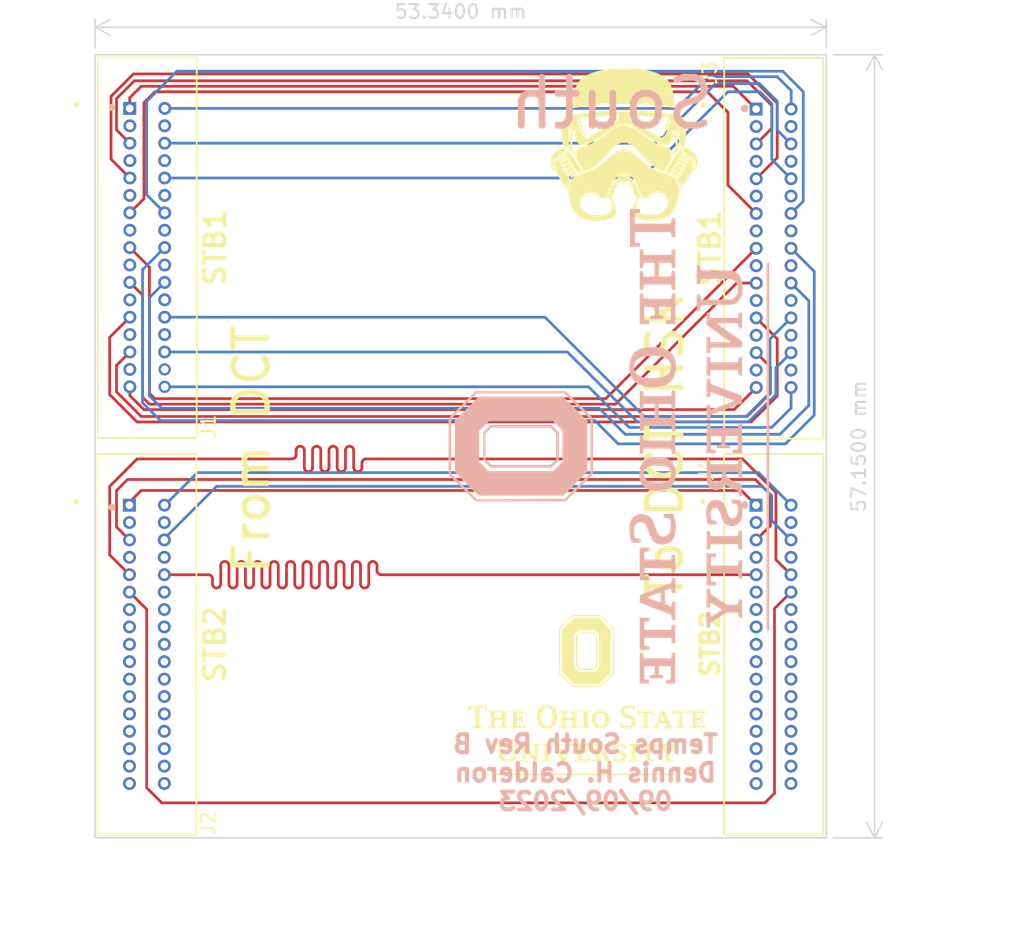
<source format=kicad_pcb>
(kicad_pcb (version 20221018) (generator pcbnew)
  (title_block (date "2023-09-09") (rev "B") (company "The Ohio State University"))
  (layers (0 "F.Cu" signal) (31 "B.Cu" signal) (34 "B.Paste" user) (35 "F.Paste" user) (36 "B.SilkS" user "B.Silkscreen") (37 "F.SilkS" user "F.Silkscreen") (38 "B.Mask" user) (39 "F.Mask" user) (44 "Edge.Cuts" user))
  (net 0 "")
  (net 3 "/TD1_5")
  (net 4 "/TD1_6")
  (net 7 "/TD1_9")
  (net 8 "/TD1_10")
  (net 11 "/TD1_13")
  (net 12 "/TD1_14")
  (net 15 "/TD1_17")
  (net 16 "/TD1_18")
  (net 19 "/TD1_21")
  (net 20 "/TD1_22")
  (net 23 "/TD1_25")
  (net 24 "/TD1_26")
  (net 27 "/TD1_29")
  (net 28 "/TD1_30")
  (net 31 "/TD1_33")
  (net 32 "/TD1_34")
  (net 33 "/TD2_1")
  (net 34 "/TD2_2")
  (net 37 "/TD2_5")
  (net 38 "/TD2_6")
  (net 41 "/TD2_9")
  (net 42 "/TD2_10")
  (net 43 "/TD2_11")
  (net 110 "/TD1_1-")
  (net 111 "/TD1_1+")
  (footprint "HELIX:HELIX_DCT_ICDconnector34pin_corrected" (layer "F.Cu") (at 95.2246 90.0176 -90)
    (fp_text reference "J2" (at 13.0556 -4.4704 90) (layer "F.SilkS"))
    (fp_text value "North_Temps_2" hide)
    (pad "1" thru_hole rect locked (at -10.16 1.28016 270) (size 0.9408 0.9408) (drill 0.56) (layers "*.Cu" "*.Mask") (net 33 "/TD2_1"))
    (pad "2" thru_hole circle locked (at -10.16 -1.28016 270) (size 0.9408 0.9408) (drill 0.56) (layers "*.Cu" "*.Mask") (net 34 "/TD2_2"))
    (pad "3" thru_hole circle locked (at -8.89 1.27 270) (size 0.9408 0.9408) (drill 0.56) (layers "*.Cu" "*.Mask"))
    (pad "4" thru_hole circle locked (at -8.89 -1.27 270) (size 0.9408 0.9408) (drill 0.56) (layers "*.Cu" "*.Mask"))
    (pad "5" thru_hole circle locked (at -7.62 1.27 270) (size 0.9408 0.9408) (drill 0.56) (layers "*.Cu" "*.Mask") (net 37 "/TD2_5"))
    (pad "6" thru_hole circle locked (at -7.62 -1.27 270) (size 0.9408 0.9408) (drill 0.56) (layers "*.Cu" "*.Mask") (net 38 "/TD2_6"))
    (pad "7" thru_hole circle locked (at -6.35 1.27 270) (size 0.9408 0.9408) (drill 0.56) (layers "*.Cu" "*.Mask"))
    (pad "8" thru_hole circle locked (at -6.35 -1.27 270) (size 0.9408 0.9408) (drill 0.56) (layers "*.Cu" "*.Mask"))
    (pad "9" thru_hole circle locked (at -5.08 1.27 270) (size 0.9408 0.9408) (drill 0.56) (layers "*.Cu" "*.Mask") (net 41 "/TD2_9"))
    (pad "10" thru_hole circle locked (at -5.08 -1.27 270) (size 0.9408 0.9408) (drill 0.56) (layers "*.Cu" "*.Mask") (net 42 "/TD2_10"))
    (pad "11" thru_hole circle locked (at -3.81 1.27 270) (size 0.9408 0.9408) (drill 0.56) (layers "*.Cu" "*.Mask") (net 43 "/TD2_11"))
    (pad "12" thru_hole circle locked (at -3.81 -1.27 270) (size 0.9408 0.9408) (drill 0.56) (layers "*.Cu" "*.Mask"))
    (pad "13" thru_hole circle locked (at -2.54 1.27 270) (size 0.9408 0.9408) (drill 0.56) (layers "*.Cu" "*.Mask"))
    (pad "14" thru_hole circle locked (at -2.54 -1.27 270) (size 0.9408 0.9408) (drill 0.56) (layers "*.Cu" "*.Mask"))
    (pad "15" thru_hole circle locked (at -1.27 1.27 270) (size 0.9408 0.9408) (drill 0.56) (layers "*.Cu" "*.Mask"))
    (pad "16" thru_hole circle locked (at -1.27 -1.27 270) (size 0.9408 0.9408) (drill 0.56) (layers "*.Cu" "*.Mask"))
    (pad "17" thru_hole circle locked (at 0 1.27 270) (size 0.9408 0.9408) (drill 0.56) (layers "*.Cu" "*.Mask"))
    (pad "18" thru_hole circle locked (at 0 -1.27 270) (size 0.9408 0.9408) (drill 0.56) (layers "*.Cu" "*.Mask"))
    (pad "19" thru_hole circle locked (at 1.27 1.27 270) (size 0.9408 0.9408) (drill 0.56) (layers "*.Cu" "*.Mask"))
    (pad "20" thru_hole circle locked (at 1.27 -1.27 270) (size 0.9408 0.9408) (drill 0.56) (layers "*.Cu" "*.Mask"))
    (pad "21" thru_hole circle locked (at 2.54 1.27 270) (size 0.9408 0.9408) (drill 0.56) (layers "*.Cu" "*.Mask"))
    (pad "22" thru_hole circle locked (at 2.54 -1.27 270) (size 0.9408 0.9408) (drill 0.56) (layers "*.Cu" "*.Mask"))
    (pad "23" thru_hole circle locked (at 3.81 1.27 270) (size 0.9408 0.9408) (drill 0.56) (layers "*.Cu" "*.Mask"))
    (pad "24" thru_hole circle locked (at 3.81 -1.27 270) (size 0.9408 0.9408) (drill 0.56) (layers "*.Cu" "*.Mask"))
    (pad "25" thru_hole circle locked (at 5.08 1.27 270) (size 0.9408 0.9408) (drill 0.56) (layers "*.Cu" "*.Mask"))
    (pad "26" thru_hole circle locked (at 5.08 -1.27 270) (size 0.9408 0.9408) (drill 0.56) (layers "*.Cu" "*.Mask"))
    (pad "27" thru_hole circle locked (at 6.35 1.27 270) (size 0.9408 0.9408) (drill 0.56) (layers "*.Cu" "*.Mask"))
    (pad "28" thru_hole circle locked (at 6.35 -1.27 270) (size 0.9408 0.9408) (drill 0.56) (layers "*.Cu" "*.Mask"))
    (pad "29" thru_hole circle locked (at 7.62 1.27 270) (size 0.9408 0.9408) (drill 0.56) (layers "*.Cu" "*.Mask"))
    (pad "30" thru_hole circle locked (at 7.62 -1.27 270) (size 0.9408 0.9408) (drill 0.56) (layers "*.Cu" "*.Mask"))
    (pad "31" thru_hole circle locked (at 8.89 1.27 270) (size 0.9408 0.9408) (drill 0.56) (layers "*.Cu" "*.Mask"))
    (pad "32" thru_hole circle locked (at 8.89 -1.27 270) (size 0.9408 0.9408) (drill 0.56) (layers "*.Cu" "*.Mask"))
    (pad "33" thru_hole circle locked (at 10.16 1.27 270) (size 0.9408 0.9408) (drill 0.56) (layers "*.Cu" "*.Mask"))
    (pad "34" thru_hole circle locked (at 10.16 -1.27 270) (size 0.9408 0.9408) (drill 0.56) (layers "*.Cu" "*.Mask"))
  )
  (footprint "MountingHole:MountingHole_3.2mm_M3" (layer "F.Cu") (at 118.1074 59.69)
    (fp_text reference "REF**" hide)
    (fp_text value "MountingHole_3.2mm_M3")
    (pad "" np_thru_hole circle (at 0 0) (size 3.2 3.2) (drill 3.2) (layers "*.Cu" "*.Mask"))
  )
  (footprint "Fun_Logos:Stormtrooper" (layer "F.Cu") (at 130.010943 53.524623)
    (fp_text reference "G***" hide)
    (fp_text value "Stormtrooper" hide)
  )
  (footprint "MountingHole:MountingHole_3.2mm_M3" (layer "F.Cu") (at 118.1074 91.44)
    (fp_text reference "REF**" hide)
    (fp_text value "MountingHole_3.2mm_M3")
    (pad "" np_thru_hole circle (at 0 0) (size 3.2 3.2) (drill 3.2) (layers "*.Cu" "*.Mask"))
  )
  (footprint "LOGO" (layer "F.Cu") (at 127.3048 93.7126)
    (fp_text reference "G***" hide)
    (fp_text value "LOGO" hide)
  )
  (footprint "HELIX:HELIX_DCT_ICDconnector34pin_corrected" (layer "F.Cu") (at 140.9446 61.1124 -90)
    (fp_text reference "J3" (at -12.8016 4.6482 90) (layer "F.SilkS"))
    (fp_text value "Internal_Temps_DCT_HSK_Box_1" hide)
    (pad "1" thru_hole rect locked (at -10.16 1.28016 270) (size 0.9408 0.9408) (drill 0.56) (layers "*.Cu" "*.Mask") (net 111 "/TD1_1+"))
    (pad "2" thru_hole circle locked (at -10.16 -1.28016 270) (size 0.9408 0.9408) (drill 0.56) (layers "*.Cu" "*.Mask") (net 110 "/TD1_1-"))
    (pad "3" thru_hole circle locked (at -8.89 1.27 270) (size 0.9408 0.9408) (drill 0.56) (layers "*.Cu" "*.Mask"))
    (pad "4" thru_hole circle locked (at -8.89 -1.27 270) (size 0.9408 0.9408) (drill 0.56) (layers "*.Cu" "*.Mask"))
    (pad "5" thru_hole circle locked (at -7.62 1.27 270) (size 0.9408 0.9408) (drill 0.56) (layers "*.Cu" "*.Mask") (net 3 "/TD1_5"))
    (pad "6" thru_hole circle locked (at -7.62 -1.27 270) (size 0.9408 0.9408) (drill 0.56) (layers "*.Cu" "*.Mask") (net 4 "/TD1_6"))
    (pad "7" thru_hole circle locked (at -6.35 1.27 270) (size 0.9408 0.9408) (drill 0.56) (layers "*.Cu" "*.Mask"))
    (pad "8" thru_hole circle locked (at -6.35 -1.27 270) (size 0.9408 0.9408) (drill 0.56) (layers "*.Cu" "*.Mask"))
    (pad "9" thru_hole circle locked (at -5.08 1.27 270) (size 0.9408 0.9408) (drill 0.56) (layers "*.Cu" "*.Mask") (net 7 "/TD1_9"))
    (pad "10" thru_hole circle locked (at -5.08 -1.27 270) (size 0.9408 0.9408) (drill 0.56) (layers "*.Cu" "*.Mask") (net 8 "/TD1_10"))
    (pad "11" thru_hole circle locked (at -3.81 1.27 270) (size 0.9408 0.9408) (drill 0.56) (layers "*.Cu" "*.Mask"))
    (pad "12" thru_hole circle locked (at -3.81 -1.27 270) (size 0.9408 0.9408) (drill 0.56) (layers "*.Cu" "*.Mask"))
    (pad "13" thru_hole circle locked (at -2.54 1.27 270) (size 0.9408 0.9408) (drill 0.56) (layers "*.Cu" "*.Mask") (net 11 "/TD1_13"))
    (pad "14" thru_hole circle locked (at -2.54 -1.27 270) (size 0.9408 0.9408) (drill 0.56) (layers "*.Cu" "*.Mask") (net 12 "/TD1_14"))
    (pad "15" thru_hole circle locked (at -1.27 1.27 270) (size 0.9408 0.9408) (drill 0.56) (layers "*.Cu" "*.Mask"))
    (pad "16" thru_hole circle locked (at -1.27 -1.27 270) (size 0.9408 0.9408) (drill 0.56) (layers "*.Cu" "*.Mask"))
    (pad "17" thru_hole circle locked (at 0 1.27 270) (size 0.9408 0.9408) (drill 0.56) (layers "*.Cu" "*.Mask") (net 15 "/TD1_17"))
    (pad "18" thru_hole circle locked (at 0 -1.27 270) (size 0.9408 0.9408) (drill 0.56) (layers "*.Cu" "*.Mask") (net 16 "/TD1_18"))
    (pad "19" thru_hole circle locked (at 1.27 1.27 270) (size 0.9408 0.9408) (drill 0.56) (layers "*.Cu" "*.Mask"))
    (pad "20" thru_hole circle locked (at 1.27 -1.27 270) (size 0.9408 0.9408) (drill 0.56) (layers "*.Cu" "*.Mask"))
    (pad "21" thru_hole circle locked (at 2.54 1.27 270) (size 0.9408 0.9408) (drill 0.56) (layers "*.Cu" "*.Mask") (net 19 "/TD1_21"))
    (pad "22" thru_hole circle locked (at 2.54 -1.27 270) (size 0.9408 0.9408) (drill 0.56) (layers "*.Cu" "*.Mask") (net 20 "/TD1_22"))
    (pad "23" thru_hole circle locked (at 3.81 1.27 270) (size 0.9408 0.9408) (drill 0.56) (layers "*.Cu" "*.Mask"))
    (pad "24" thru_hole circle locked (at 3.81 -1.27 270) (size 0.9408 0.9408) (drill 0.56) (layers "*.Cu" "*.Mask"))
    (pad "25" thru_hole circle locked (at 5.08 1.27 270) (size 0.9408 0.9408) (drill 0.56) (layers "*.Cu" "*.Mask") (net 23 "/TD1_25"))
    (pad "26" thru_hole circle locked (at 5.08 -1.27 270) (size 0.9408 0.9408) (drill 0.56) (layers "*.Cu" "*.Mask") (net 24 "/TD1_26"))
    (pad "27" thru_hole circle locked (at 6.35 1.27 270) (size 0.9408 0.9408) (drill 0.56) (layers "*.Cu" "*.Mask"))
    (pad "28" thru_hole circle locked (at 6.35 -1.27 270) (size 0.9408 0.9408) (drill 0.56) (layers "*.Cu" "*.Mask"))
    (pad "29" thru_hole circle locked (at 7.62 1.27 270) (size 0.9408 0.9408) (drill 0.56) (layers "*.Cu" "*.Mask") (net 27 "/TD1_29"))
    (pad "30" thru_hole circle locked (at 7.62 -1.27 270) (size 0.9408 0.9408) (drill 0.56) (layers "*.Cu" "*.Mask") (net 28 "/TD1_30"))
    (pad "31" thru_hole circle locked (at 8.89 1.27 270) (size 0.9408 0.9408) (drill 0.56) (layers "*.Cu" "*.Mask"))
    (pad "32" thru_hole circle locked (at 8.89 -1.27 270) (size 0.9408 0.9408) (drill 0.56) (layers "*.Cu" "*.Mask"))
    (pad "33" thru_hole circle locked (at 10.16 1.27 270) (size 0.9408 0.9408) (drill 0.56) (layers "*.Cu" "*.Mask") (net 31 "/TD1_33"))
    (pad "34" thru_hole circle locked (at 10.16 -1.27 270) (size 0.9408 0.9408) (drill 0.56) (layers "*.Cu" "*.Mask") (net 32 "/TD1_34"))
  )
  (footprint "HELIX:HELIX_DCT_ICDconnector34pin_corrected" (layer "F.Cu") (at 140.94 90.0176 -90)
    (fp_text reference "J4" (at -12.7762 4.8976 90) (layer "F.SilkS"))
    (fp_text value "Internal_Temps_DCT_HSK_Box_2" hide)
    (pad "1" thru_hole rect locked (at -10.16 1.28016 270) (size 0.9408 0.9408) (drill 0.56) (layers "*.Cu" "*.Mask") (net 33 "/TD2_1"))
    (pad "2" thru_hole circle locked (at -10.16 -1.28016 270) (size 0.9408 0.9408) (drill 0.56) (layers "*.Cu" "*.Mask") (net 34 "/TD2_2"))
    (pad "3" thru_hole circle locked (at -8.89 1.27 270) (size 0.9408 0.9408) (drill 0.56) (layers "*.Cu" "*.Mask"))
    (pad "4" thru_hole circle locked (at -8.89 -1.27 270) (size 0.9408 0.9408) (drill 0.56) (layers "*.Cu" "*.Mask"))
    (pad "5" thru_hole circle locked (at -7.62 1.27 270) (size 0.9408 0.9408) (drill 0.56) (layers "*.Cu" "*.Mask") (net 37 "/TD2_5"))
    (pad "6" thru_hole circle locked (at -7.62 -1.27 270) (size 0.9408 0.9408) (drill 0.56) (layers "*.Cu" "*.Mask") (net 38 "/TD2_6"))
    (pad "7" thru_hole circle locked (at -6.35 1.27 270) (size 0.9408 0.9408) (drill 0.56) (layers "*.Cu" "*.Mask"))
    (pad "8" thru_hole circle locked (at -6.35 -1.27 270) (size 0.9408 0.9408) (drill 0.56) (layers "*.Cu" "*.Mask"))
    (pad "9" thru_hole circle locked (at -5.08 1.27 270) (size 0.9408 0.9408) (drill 0.56) (layers "*.Cu" "*.Mask") (net 42 "/TD2_10"))
    (pad "10" thru_hole circle locked (at -5.08 -1.27 270) (size 0.9408 0.9408) (drill 0.56) (layers "*.Cu" "*.Mask") (net 41 "/TD2_9"))
    (pad "11" thru_hole circle locked (at -3.81 1.27 270) (size 0.9408 0.9408) (drill 0.56) (layers "*.Cu" "*.Mask"))
    (pad "12" thru_hole circle locked (at -3.81 -1.27 270) (size 0.9408 0.9408) (drill 0.56) (layers "*.Cu" "*.Mask") (net 43 "/TD2_11"))
    (pad "13" thru_hole circle locked (at -2.54 1.27 270) (size 0.9408 0.9408) (drill 0.56) (layers "*.Cu" "*.Mask"))
    (pad "14" thru_hole circle locked (at -2.54 -1.27 270) (size 0.9408 0.9408) (drill 0.56) (layers "*.Cu" "*.Mask"))
    (pad "15" thru_hole circle locked (at -1.27 1.27 270) (size 0.9408 0.9408) (drill 0.56) (layers "*.Cu" "*.Mask"))
    (pad "16" thru_hole circle locked (at -1.27 -1.27 270) (size 0.9408 0.9408) (drill 0.56) (layers "*.Cu" "*.Mask"))
    (pad "17" thru_hole circle locked (at 0 1.27 270) (size 0.9408 0.9408) (drill 0.56) (layers "*.Cu" "*.Mask"))
    (pad "18" thru_hole circle locked (at 0 -1.27 270) (size 0.9408 0.9408) (drill 0.56) (layers "*.Cu" "*.Mask"))
    (pad "19" thru_hole circle locked (at 1.27 1.27 270) (size 0.9408 0.9408) (drill 0.56) (layers "*.Cu" "*.Mask"))
    (pad "20" thru_hole circle locked (at 1.27 -1.27 270) (size 0.9408 0.9408) (drill 0.56) (layers "*.Cu" "*.Mask"))
    (pad "21" thru_hole circle locked (at 2.54 1.27 270) (size 0.9408 0.9408) (drill 0.56) (layers "*.Cu" "*.Mask"))
    (pad "22" thru_hole circle locked (at 2.54 -1.27 270) (size 0.9408 0.9408) (drill 0.56) (layers "*.Cu" "*.Mask"))
    (pad "23" thru_hole circle locked (at 3.81 1.27 270) (size 0.9408 0.9408) (drill 0.56) (layers "*.Cu" "*.Mask"))
    (pad "24" thru_hole circle locked (at 3.81 -1.27 270) (size 0.9408 0.9408) (drill 0.56) (layers "*.Cu" "*.Mask"))
    (pad "25" thru_hole circle locked (at 5.08 1.27 270) (size 0.9408 0.9408) (drill 0.56) (layers "*.Cu" "*.Mask"))
    (pad "26" thru_hole circle locked (at 5.08 -1.27 270) (size 0.9408 0.9408) (drill 0.56) (layers "*.Cu" "*.Mask"))
    (pad "27" thru_hole circle locked (at 6.35 1.27 270) (size 0.9408 0.9408) (drill 0.56) (layers "*.Cu" "*.Mask"))
    (pad "28" thru_hole circle locked (at 6.35 -1.27 270) (size 0.9408 0.9408) (drill 0.56) (layers "*.Cu" "*.Mask"))
    (pad "29" thru_hole circle locked (at 7.62 1.27 270) (size 0.9408 0.9408) (drill 0.56) (layers "*.Cu" "*.Mask"))
    (pad "30" thru_hole circle locked (at 7.62 -1.27 270) (size 0.9408 0.9408) (drill 0.56) (layers "*.Cu" "*.Mask"))
    (pad "31" thru_hole circle locked (at 8.89 1.27 270) (size 0.9408 0.9408) (drill 0.56) (layers "*.Cu" "*.Mask"))
    (pad "32" thru_hole circle locked (at 8.89 -1.27 270) (size 0.9408 0.9408) (drill 0.56) (layers "*.Cu" "*.Mask"))
    (pad "33" thru_hole circle locked (at 10.16 1.27 270) (size 0.9408 0.9408) (drill 0.56) (layers "*.Cu" "*.Mask"))
    (pad "34" thru_hole circle locked (at 10.16 -1.27 270) (size 0.9408 0.9408) (drill 0.56) (layers "*.Cu" "*.Mask"))
  )
  (footprint "HELIX:HELIX_DCT_ICDconnector34pin_corrected" (layer "F.Cu") (at 95.25 61.0616 -90)
    (fp_text reference "J1" (at 13.0556 -4.4704 90) (layer "F.SilkS"))
    (fp_text value "North_Temps_1" hide)
    (pad "1" thru_hole rect locked (at -10.16 1.28016 270) (size 0.9408 0.9408) (drill 0.56) (layers "*.Cu" "*.Mask") (net 111 "/TD1_1+"))
    (pad "2" thru_hole circle locked (at -10.16 -1.28016 270) (size 0.9408 0.9408) (drill 0.56) (layers "*.Cu" "*.Mask") (net 110 "/TD1_1-"))
    (pad "3" thru_hole circle locked (at -8.89 1.27 270) (size 0.9408 0.9408) (drill 0.56) (layers "*.Cu" "*.Mask"))
    (pad "4" thru_hole circle locked (at -8.89 -1.27 270) (size 0.9408 0.9408) (drill 0.56) (layers "*.Cu" "*.Mask"))
    (pad "5" thru_hole circle locked (at -7.62 1.27 270) (size 0.9408 0.9408) (drill 0.56) (layers "*.Cu" "*.Mask") (net 3 "/TD1_5"))
    (pad "6" thru_hole circle locked (at -7.62 -1.27 270) (size 0.9408 0.9408) (drill 0.56) (layers "*.Cu" "*.Mask") (net 4 "/TD1_6"))
    (pad "7" thru_hole circle locked (at -6.35 1.27 270) (size 0.9408 0.9408) (drill 0.56) (layers "*.Cu" "*.Mask"))
    (pad "8" thru_hole circle locked (at -6.35 -1.27 270) (size 0.9408 0.9408) (drill 0.56) (layers "*.Cu" "*.Mask"))
    (pad "9" thru_hole circle locked (at -5.08 1.27 270) (size 0.9408 0.9408) (drill 0.56) (layers "*.Cu" "*.Mask") (net 7 "/TD1_9"))
    (pad "10" thru_hole circle locked (at -5.08 -1.27 270) (size 0.9408 0.9408) (drill 0.56) (layers "*.Cu" "*.Mask") (net 8 "/TD1_10"))
    (pad "11" thru_hole circle locked (at -3.81 1.27 270) (size 0.9408 0.9408) (drill 0.56) (layers "*.Cu" "*.Mask"))
    (pad "12" thru_hole circle locked (at -3.81 -1.27 270) (size 0.9408 0.9408) (drill 0.56) (layers "*.Cu" "*.Mask"))
    (pad "13" thru_hole circle locked (at -2.54 1.27 270) (size 0.9408 0.9408) (drill 0.56) (layers "*.Cu" "*.Mask") (net 11 "/TD1_13"))
    (pad "14" thru_hole circle locked (at -2.54 -1.27 270) (size 0.9408 0.9408) (drill 0.56) (layers "*.Cu" "*.Mask") (net 12 "/TD1_14"))
    (pad "15" thru_hole circle locked (at -1.27 1.27 270) (size 0.9408 0.9408) (drill 0.56) (layers "*.Cu" "*.Mask"))
    (pad "16" thru_hole circle locked (at -1.27 -1.27 270) (size 0.9408 0.9408) (drill 0.56) (layers "*.Cu" "*.Mask"))
    (pad "17" thru_hole circle locked (at 0 1.27 270) (size 0.9408 0.9408) (drill 0.56) (layers "*.Cu" "*.Mask") (net 15 "/TD1_17"))
    (pad "18" thru_hole circle locked (at 0 -1.27 270) (size 0.9408 0.9408) (drill 0.56) (layers "*.Cu" "*.Mask") (net 16 "/TD1_18"))
    (pad "19" thru_hole circle locked (at 1.27 1.27 270) (size 0.9408 0.9408) (drill 0.56) (layers "*.Cu" "*.Mask"))
    (pad "20" thru_hole circle locked (at 1.27 -1.27 270) (size 0.9408 0.9408) (drill 0.56) (layers "*.Cu" "*.Mask"))
    (pad "21" thru_hole circle locked (at 2.54 1.27 270) (size 0.9408 0.9408) (drill 0.56) (layers "*.Cu" "*.Mask") (net 19 "/TD1_21"))
    (pad "22" thru_hole circle locked (at 2.54 -1.27 270) (size 0.9408 0.9408) (drill 0.56) (layers "*.Cu" "*.Mask") (net 20 "/TD1_22"))
    (pad "23" thru_hole circle locked (at 3.81 1.27 270) (size 0.9408 0.9408) (drill 0.56) (layers "*.Cu" "*.Mask"))
    (pad "24" thru_hole circle locked (at 3.81 -1.27 270) (size 0.9408 0.9408) (drill 0.56) (layers "*.Cu" "*.Mask"))
    (pad "25" thru_hole circle locked (at 5.08 1.27 270) (size 0.9408 0.9408) (drill 0.56) (layers "*.Cu" "*.Mask") (net 23 "/TD1_25"))
    (pad "26" thru_hole circle locked (at 5.08 -1.27 270) (size 0.9408 0.9408) (drill 0.56) (layers "*.Cu" "*.Mask") (net 24 "/TD1_26"))
    (pad "27" thru_hole circle locked (at 6.35 1.27 270) (size 0.9408 0.9408) (drill 0.56) (layers "*.Cu" "*.Mask"))
    (pad "28" thru_hole circle locked (at 6.35 -1.27 270) (size 0.9408 0.9408) (drill 0.56) (layers "*.Cu" "*.Mask"))
    (pad "29" thru_hole circle locked (at 7.62 1.27 270) (size 0.9408 0.9408) (drill 0.56) (layers "*.Cu" "*.Mask") (net 27 "/TD1_29"))
    (pad "30" thru_hole circle locked (at 7.62 -1.27 270) (size 0.9408 0.9408) (drill 0.56) (layers "*.Cu" "*.Mask") (net 28 "/TD1_30"))
    (pad "31" thru_hole circle locked (at 8.89 1.27 270) (size 0.9408 0.9408) (drill 0.56) (layers "*.Cu" "*.Mask"))
    (pad "32" thru_hole circle locked (at 8.89 -1.27 270) (size 0.89 0.89) (drill 0.56) (layers "*.Cu" "*.Mask"))
    (pad "33" thru_hole circle locked (at 10.16 1.27 270) (size 0.9408 0.9408) (drill 0.56) (layers "*.Cu" "*.Mask") (net 31 "/TD1_33"))
    (pad "34" thru_hole circle locked (at 10.16 -1.27 270) (size 0.89 0.89) (drill 0.56) (layers "*.Cu" "*.Mask") (net 32 "/TD1_34"))
  )
  (footprint "LOGO" (layer "B.Cu") (at 128.905 75.565001 -90)
    (fp_text reference "G***" hide)
    (fp_text value "LOGO" hide)
  )
  (gr_circle (center 138.8364 79.8322) (end 138.8618 79.8322) (stroke (width 0.254)) (fill none) (layer "B.SilkS"))
  (gr_circle (center 92.680001 50.83) (end 92.680002 50.83) (stroke (width 0.254)) (fill none) (layer "B.SilkS"))
  (gr_circle (center 92.69 80.02) (end 92.690001 80.02) (stroke (width 0.254)) (fill none) (layer "B.SilkS"))
  (gr_circle (center 138.8364 50.9) (end 138.8618 50.9) (stroke (width 0.254)) (fill none) (layer "B.SilkS"))
  (gr_circle (center 138.8364 50.9) (end 138.8618 50.9) (stroke (width 0.254)) (fill none) (layer "F.SilkS"))
  (gr_circle (center 92.67 50.83) (end 92.670001 50.83) (stroke (width 0.254)) (fill none) (layer "F.SilkS"))
  (gr_circle (center 92.68 80.02) (end 92.680001 80.02) (stroke (width 0.254)) (fill none) (layer "F.SilkS"))
  (gr_circle (center 138.8364 79.8322) (end 138.8618 79.8322) (stroke (width 0.254)) (fill none) (layer "F.SilkS"))
  (gr_rect (start 91.44 46.99) (end 144.78 104.14) (stroke (width 0.1)) (fill none) (layer "Edge.Cuts"))
  (gr_text "Temps South Rev B\nDennis H. Calderon\n09/09/2023" (at 127.2074 99.3876) (layer "B.SilkS") (effects (font (size 1.3 1.3) (thickness 0.3) bold) (justify mirror)))
  (gr_text "South" (at 129.123619 50.5376) (layer "B.SilkS") (effects (font (size 3.5 3.5) (thickness 0.5)) (justify mirror)))
  (gr_text "To DCT HSK\n" (at 133.0324 75.5626 90) (layer "F.SilkS") (effects (font (size 2.5 2.5) (thickness 0.4))))
  (gr_text "STB2\n" (at 100.1824 90.017601 90) (layer "F.SilkS") (effects (font (size 1.5 1.5) (thickness 0.3) bold)))
  (gr_text "STB2" (at 136.3074 89.9876 90) (layer "F.SilkS") (effects (font (size 1.3 1.3) (thickness 0.3) bold)))
  (gr_text "From DCT" (at 102.8574 75.7626 -270) (layer "F.SilkS") (effects (font (size 2.5 2.5) (thickness 0.4))))
  (gr_text "STB1" (at 136.3074 61.112401 90) (layer "F.SilkS") (effects (font (size 1.5 1.5) (thickness 0.3) bold)))
  (gr_text "STB1" (at 100.1824 61.061601 90) (layer "F.SilkS") (effects (font (size 1.5 1.5) (thickness 0.3) bold)))
  (dimension (type aligned) (layer "Edge.Cuts") (pts (xy 144.78 104.14) (xy 144.78 46.99)) (height 3.5274) (gr_text "57.1500 mm" (at 147.1574 75.565 90) (layer "Edge.Cuts") (effects (font (size 1 1) (thickness 0.15)))) (format (prefix "") (suffix "") (units 3) (units_format 1) (precision 4)) (style (thickness 0.1) (arrow_length 1.27) (text_position_mode 0) (extension_height 0.58642) (extension_offset 0.5) keep_text_aligned))
  (dimension (type aligned) (layer "Edge.Cuts") (pts (xy 144.78 46.99) (xy 91.44 46.99)) (height 2.002399) (gr_text "53.3400 mm" (at 118.11 43.837601) (layer "Edge.Cuts") (effects (font (size 1 1) (thickness 0.15)))) (format (prefix "") (suffix "") (units 3) (units_format 1) (precision 4)) (style (thickness 0.1) (arrow_length 1.27) (text_position_mode 0) (extension_height 0.58642) (extension_offset 0.5) keep_text_aligned))
  (segment (start 139.0074 48.8876) (end 140.8074 50.6876) (width 0.2) (layer "F.Cu") (net 3))
  (segment (start 93.0074 50.1876) (end 94.3074 48.8876) (width 0.2) (layer "F.Cu") (net 3))
  (segment (start 93.98 53.4416) (end 93.0074 52.469) (width 0.2) (layer "F.Cu") (net 3))
  (segment (start 94.3074 48.8876) (end 139.0074 48.8876) (width 0.2) (layer "F.Cu") (net 3))
  (segment (start 140.8074 50.6876) (end 140.8074 52.3596) (width 0.2) (layer "F.Cu") (net 3))
  (segment (start 93.0074 52.469) (end 93.0074 50.1876) (width 0.2) (layer "F.Cu") (net 3))
  (segment (start 140.8074 52.3596) (end 139.6746 53.4924) (width 0.2) (layer "F.Cu") (net 3))
  (segment (start 132.3534 53.4416) (end 96.52 53.4416) (width 0.2) (layer "B.Cu") (net 4))
  (segment (start 141.2074 50.3876) (end 139.9074 49.0876) (width 0.2) (layer "B.Cu") (net 4))
  (segment (start 136.7074 49.0876) (end 132.3534 53.4416) (width 0.2) (layer "B.Cu") (net 4))
  (segment (start 139.9074 49.0876) (end 136.7074 49.0876) (width 0.2) (layer "B.Cu") (net 4))
  (segment (start 142.2146 53.4924) (end 141.2074 52.4852) (width 0.2) (layer "B.Cu") (net 4))
  (segment (start 141.2074 52.4852) (end 141.2074 50.3876) (width 0.2) (layer "B.Cu") (net 4))
  (segment (start 94.241714 48.3876) (end 139.073085 48.3876) (width 0.2) (layer "F.Cu") (net 7))
  (segment (start 92.6074 54.609) (end 92.6074 50.021914) (width 0.2) (layer "F.Cu") (net 7))
  (segment (start 139.073085 48.3876) (end 141.2074 50.521915) (width 0.2) (layer "F.Cu") (net 7))
  (segment (start 93.98 55.9816) (end 92.6074 54.609) (width 0.2) (layer "F.Cu") (net 7))
  (segment (start 141.2074 54.4996) (end 139.6746 56.0324) (width 0.2) (layer "F.Cu") (net 7))
  (segment (start 92.6074 50.021914) (end 94.241714 48.3876) (width 0.2) (layer "F.Cu") (net 7))
  (segment (start 141.2074 50.521915) (end 141.2074 54.4996) (width 0.2) (layer "F.Cu") (net 7))
  (segment (start 137.6074 49.6876) (end 139.94044 49.6876) (width 0.2) (layer "B.Cu") (net 8))
  (segment (start 140.8074 54.6252) (end 142.2146 56.0324) (width 0.2) (layer "B.Cu") (net 8))
  (segment (start 139.94044 49.6876) (end 140.8074 50.55456) (width 0.2) (layer "B.Cu") (net 8))
  (segment (start 96.52 55.9816) (end 131.3134 55.9816) (width 0.2) (layer "B.Cu") (net 8))
  (segment (start 140.8074 50.55456) (end 140.8074 54.6252) (width 0.2) (layer "B.Cu") (net 8))
  (segment (start 131.3134 55.9816) (end 137.6074 49.6876) (width 0.2) (layer "B.Cu") (net 8))
  (segment (start 95.8074 49.6876) (end 136.1074 49.6876) (width 0.2) (layer "F.Cu") (net 11))
  (segment (start 95.0074 50.4876) (end 95.8074 49.6876) (width 0.2) (layer "F.Cu") (net 11))
  (segment (start 136.1074 49.6876) (end 137.6074 51.1876) (width 0.2) (layer "F.Cu") (net 11))
  (segment (start 93.98 58.5216) (end 95.0074 57.4942) (width 0.2) (layer "F.Cu") (net 11))
  (segment (start 137.6074 56.5052) (end 139.6746 58.5724) (width 0.2) (layer "F.Cu") (net 11))
  (segment (start 95.0074 57.4942) (end 95.0074 50.4876) (width 0.2) (layer "F.Cu") (net 11))
  (segment (start 137.6074 51.1876) (end 137.6074 56.5052) (width 0.2) (layer "F.Cu") (net 11))
  (segment (start 141.6074 48.1876) (end 97.4074 48.1876) (width 0.2) (layer "B.Cu") (net 12))
  (segment (start 95.2074 50.3876) (end 95.2074 57.209) (width 0.2) (layer "B.Cu") (net 12))
  (segment (start 143.1074 49.6876) (end 141.6074 48.1876) (width 0.2) (layer "B.Cu") (net 12))
  (segment (start 142.2146 58.5724) (end 143.1074 57.6796) (width 0.2) (layer "B.Cu") (net 12))
  (segment (start 95.2074 57.209) (end 96.52 58.5216) (width 0.2) (layer "B.Cu") (net 12))
  (segment (start 143.1074 57.6796) (end 143.1074 49.6876) (width 0.2) (layer "B.Cu") (net 12))
  (segment (start 97.4074 48.1876) (end 95.2074 50.3876) (width 0.2) (layer "B.Cu") (net 12))
  (segment (start 95.4074 71.6876) (end 95.8074 72.0876) (width 0.2) (layer "F.Cu") (net 15))
  (segment (start 95.8074 72.0876) (end 128.6994 72.0876) (width 0.2) (layer "F.Cu") (net 15))
  (segment (start 93.98 61.0616) (end 95.4074 62.489) (width 0.2) (layer "F.Cu") (net 15))
  (segment (start 128.6994 72.0876) (end 139.6746 61.1124) (width 0.2) (layer "F.Cu") (net 15))
  (segment (start 95.4074 62.489) (end 95.4074 71.6876) (width 0.2) (layer "F.Cu") (net 15))
  (segment (start 96.2074 73.6876) (end 127.9074 73.6876) (width 0.2) (layer "B.Cu") (net 16))
  (segment (start 94.9074 72.3876) (end 96.2074 73.6876) (width 0.2) (layer "B.Cu") (net 16))
  (segment (start 143.9074 73.2876) (end 143.9074 62.8052) (width 0.2) (layer "B.Cu") (net 16))
  (segment (start 143.9074 62.8052) (end 142.2146 61.1124) (width 0.2) (layer "B.Cu") (net 16))
  (segment (start 129.6074 75.3876) (end 141.8074 75.3876) (width 0.2) (layer "B.Cu") (net 16))
  (segment (start 141.8074 75.3876) (end 143.9074 73.2876) (width 0.2) (layer "B.Cu") (net 16))
  (segment (start 94.9074 62.6742) (end 94.9074 72.3876) (width 0.2) (layer "B.Cu") (net 16))
  (segment (start 127.9074 73.6876) (end 129.6074 75.3876) (width 0.2) (layer "B.Cu") (net 16))
  (segment (start 96.52 61.0616) (end 94.9074 62.6742) (width 0.2) (layer "B.Cu") (net 16))
  (segment (start 94.9074 64.529) (end 94.9074 71.9876) (width 0.2) (layer "F.Cu") (net 19))
  (segment (start 94.9074 71.9876) (end 95.4074 72.4876) (width 0.2) (layer "F.Cu") (net 19))
  (segment (start 129.4074 72.4876) (end 138.2426 63.6524) (width 0.2) (layer "F.Cu") (net 19))
  (segment (start 95.4074 72.4876) (end 129.4074 72.4876) (width 0.2) (layer "F.Cu") (net 19))
  (segment (start 93.98 63.6016) (end 94.9074 64.529) (width 0.2) (layer "F.Cu") (net 19))
  (segment (start 138.2426 63.6524) (end 139.6746 63.6524) (width 0.2) (layer "F.Cu") (net 19))
  (segment (start 143.5074 64.9452) (end 142.2146 63.6524) (width 0.2) (layer "B.Cu") (net 20))
  (segment (start 95.4074 71.8876) (end 96.3074 72.7876) (width 0.2) (layer "B.Cu") (net 20))
  (segment (start 95.4074 64.7142) (end 95.4074 71.8876) (width 0.2) (layer "B.Cu") (net 20))
  (segment (start 130.1074 74.6876) (end 141.4074 74.6876) (width 0.2) (layer "B.Cu") (net 20))
  (segment (start 141.4074 74.6876) (end 143.5074 72.5876) (width 0.2) (layer "B.Cu") (net 20))
  (segment (start 128.2074 72.7876) (end 130.1074 74.6876) (width 0.2) (layer "B.Cu") (net 20))
  (segment (start 143.5074 72.5876) (end 143.5074 64.9452) (width 0.2) (layer "B.Cu") (net 20))
  (segment (start 96.3074 72.7876) (end 128.2074 72.7876) (width 0.2) (layer "B.Cu") (net 20))
  (segment (start 96.52 63.6016) (end 95.4074 64.7142) (width 0.2) (layer "B.Cu") (net 20))
  (segment (start 92.5074 67.6142) (end 92.5074 71.7876) (width 0.2) (layer "F.Cu") (net 23))
  (segment (start 139.3074 73.7876) (end 141.2074 71.8876) (width 0.2) (layer "F.Cu") (net 23))
  (segment (start 141.2074 71.8876) (end 141.2074 67.7252) (width 0.2) (layer "F.Cu") (net 23))
  (segment (start 94.5074 73.7876) (end 139.3074 73.7876) (width 0.2) (layer "F.Cu") (net 23))
  (segment (start 92.5074 71.7876) (end 94.5074 73.7876) (width 0.2) (layer "F.Cu") (net 23))
  (segment (start 93.98 66.1416) (end 92.5074 67.6142) (width 0.2) (layer "F.Cu") (net 23))
  (segment (start 141.2074 67.7252) (end 139.6746 66.1924) (width 0.2) (layer "F.Cu") (net 23))
  (segment (start 138.941714 73.3876) (end 140.674557 71.654757) (width 0.2) (layer "B.Cu") (net 24))
  (segment (start 124.2614 66.1416) (end 131.5074 73.3876) (width 0.2) (layer "B.Cu") (net 24))
  (segment (start 131.5074 73.3876) (end 138.941714 73.3876) (width 0.2) (layer "B.Cu") (net 24))
  (segment (start 140.674557 67.732443) (end 142.2146 66.1924) (width 0.2) (layer "B.Cu") (net 24))
  (segment (start 96.52 66.1416) (end 124.2614 66.1416) (width 0.2) (layer "B.Cu") (net 24))
  (segment (start 140.674557 71.654757) (end 140.674557 67.732443) (width 0.2) (layer "B.Cu") (net 24))
  (segment (start 94.8074 73.3876) (end 139.0074 73.3876) (width 0.2) (layer "F.Cu") (net 27))
  (segment (start 139.0074 73.3876) (end 140.7074 71.6876) (width 0.2) (layer "F.Cu") (net 27))
  (segment (start 93.98 68.6816) (end 93.0074 69.6542) (width 0.2) (layer "F.Cu") (net 27))
  (segment (start 93.0074 69.6542) (end 93.0074 71.5876) (width 0.2) (layer "F.Cu") (net 27))
  (segment (start 140.7074 71.6876) (end 140.7074 69.7652) (width 0.2) (layer "F.Cu") (net 27))
  (segment (start 140.7074 69.7652) (end 139.6746 68.7324) (width 0.2) (layer "F.Cu") (net 27))
  (segment (start 93.0074 71.5876) (end 94.8074 73.3876) (width 0.2) (layer "F.Cu") (net 27))
  (segment (start 125.9014 68.6816) (end 96.52 68.6816) (width 0.2) (layer "B.Cu") (net 28))
  (segment (start 139.1074 73.7876) (end 131.0074 73.7876) (width 0.2) (layer "B.Cu") (net 28))
  (segment (start 141.1074 71.7876) (end 139.1074 73.7876) (width 0.2) (layer "B.Cu") (net 28))
  (segment (start 131.0074 73.7876) (end 125.9014 68.6816) (width 0.2) (layer "B.Cu") (net 28))
  (segment (start 141.1074 69.8396) (end 141.1074 71.7876) (width 0.2) (layer "B.Cu") (net 28))
  (segment (start 142.2146 68.7324) (end 141.1074 69.8396) (width 0.2) (layer "B.Cu") (net 28))
  (segment (start 95.0074 72.8876) (end 138.0594 72.8876) (width 0.2) (layer "F.Cu") (net 31))
  (segment (start 93.98 71.2216) (end 93.98 71.8602) (width 0.2) (layer "F.Cu") (net 31))
  (segment (start 138.0594 72.8876) (end 139.6746 71.2724) (width 0.2) (layer "F.Cu") (net 31))
  (segment (start 93.98 71.8602) (end 95.0074 72.8876) (width 0.2) (layer "F.Cu") (net 31))
  (segment (start 142.2146 72.7804) (end 140.8074 74.1876) (width 0.2) (layer "B.Cu") (net 32))
  (segment (start 140.8074 74.1876) (end 130.4074 74.1876) (width 0.2) (layer "B.Cu") (net 32))
  (segment (start 142.2146 71.2724) (end 142.2146 72.7804) (width 0.2) (layer "B.Cu") (net 32))
  (segment (start 127.4414 71.2216) (end 96.52 71.2216) (width 0.2) (layer "B.Cu") (net 32))
  (segment (start 130.4074 74.1876) (end 127.4414 71.2216) (width 0.2) (layer "B.Cu") (net 32))
  (segment (start 93.94444 79.65056) (end 94.8074 78.7876) (width 0.2) (layer "F.Cu") (net 33))
  (segment (start 138.58984 78.7876) (end 139.65984 79.8576) (width 0.2) (layer "F.Cu") (net 33))
  (segment (start 94.8074 78.7876) (end 138.58984 78.7876) (width 0.2) (layer "F.Cu") (net 33))
  (segment (start 93.94444 79.8576) (end 93.94444 79.65056) (width 0.2) (layer "F.Cu") (net 33))
  (segment (start 139.530403 79.987037) (end 139.65984 79.8576) (width 0.2) (layer "F.Cu") (net 33))
  (segment (start 96.5374 79.8576) (end 98.9074 77.4876) (width 0.2) (layer "B.Cu") (net 34))
  (segment (start 139.85016 77.4876) (end 142.22016 79.8576) (width 0.2) (layer "B.Cu") (net 34))
  (segment (start 98.9074 77.4876) (end 139.85016 77.4876) (width 0.2) (layer "B.Cu") (net 34))
  (segment (start 96.50476 79.8576) (end 96.5374 79.8576) (width 0.2) (layer "B.Cu") (net 34))
  (segment (start 96.50476 79.8576) (end 96.67476 79.6876) (width 0.2) (layer "B.Cu") (net 34))
  (segment (start 140.7074 79.0876) (end 140.7074 81.3602) (width 0.2) (layer "F.Cu") (net 37))
  (segment (start 93.9546 82.3976) (end 93.0074 81.4504) (width 0.2) (layer "F.Cu") (net 37))
  (segment (start 93.8074 77.9876) (end 139.6074 77.9876) (width 0.2) (layer "F.Cu") (net 37))
  (segment (start 139.6074 77.9876) (end 140.7074 79.0876) (width 0.2) (layer "F.Cu") (net 37))
  (segment (start 140.7074 81.3602) (end 139.67 82.3976) (width 0.2) (layer "F.Cu") (net 37))
  (segment (start 93.0074 78.7876) (end 93.8074 77.9876) (width 0.2) (layer "F.Cu") (net 37))
  (segment (start 93.0074 81.4504) (end 93.0074 78.7876) (width 0.2) (layer "F.Cu") (net 37))
  (segment (start 140.1074 78.4876) (end 100.3074 78.4876) (width 0.2) (layer "B.Cu") (net 38))
  (segment (start 142.21 82.3976) (end 140.8074 80.995) (width 0.2) (layer "B.Cu") (net 38))
  (segment (start 140.8074 80.995) (end 140.8074 79.1876) (width 0.2) (layer "B.Cu") (net 38))
  (segment (start 100.3074 78.4876) (end 96.4946 82.3004) (width 0.2) (layer "B.Cu") (net 38))
  (segment (start 140.8074 79.1876) (end 140.1074 78.4876) (width 0.2) (layer "B.Cu") (net 38))
  (segment (start 142.21 82.3976) (end 141.9174 82.3976) (width 0.2) (layer "B.Cu") (net 38))
  (segment (start 96.4946 82.3004) (end 96.4946 82.3976) (width 0.2) (layer "B.Cu") (net 38))
  (segment (start 141.1074 78.921915) (end 141.1074 83.835) (width 0.2) (layer "F.Cu") (net 41))
  (segment (start 111.2074 76.4876) (end 111.969909 76.4876) (width 0.2) (layer "F.Cu") (net 41))
  (segment (start 106.1074 76.1876) (end 106.1074 75.857499) (width 0.2) (layer "F.Cu") (net 41))
  (segment (start 109.7074 76.4876) (end 109.7074 75.857499) (width 0.2) (layer "F.Cu") (net 41))
  (segment (start 92.5074 78.4876) (end 94.5074 76.4876) (width 0.2) (layer "F.Cu") (net 41))
  (segment (start 107.3074 77.117701) (end 107.3074 76.4876) (width 0.2) (layer "F.Cu") (net 41))
  (segment (start 108.5074 77.117725) (end 108.5074 76.4876) (width 0.2) (layer "F.Cu") (net 41))
  (segment (start 106.7074 75.857499) (end 106.7074 76.1876) (width 0.2) (layer "F.Cu") (net 41))
  (segment (start 92.5074 83.4904) (end 92.5074 78.4876) (width 0.2) (layer "F.Cu") (net 41))
  (segment (start 94.5074 76.4876) (end 105.8074 76.4876) (width 0.2) (layer "F.Cu") (net 41))
  (segment (start 107.3074 76.4876) (end 107.3074 75.857499) (width 0.2) (layer "F.Cu") (net 41))
  (segment (start 107.9074 76.4876) (end 107.9074 77.117725) (width 0.2) (layer "F.Cu") (net 41))
  (segment (start 111.969909 76.4876) (end 138.673085 76.4876) (width 0.2) (layer "F.Cu") (net 41))
  (segment (start 109.1074 75.857499) (end 109.1074 76.4876) (width 0.2) (layer "F.Cu") (net 41))
  (segment (start 110.3074 76.4876) (end 110.3074 77.117725) (width 0.2) (layer "F.Cu") (net 41))
  (segment (start 138.673085 76.4876) (end 141.1074 78.921915) (width 0.2) (layer "F.Cu") (net 41))
  (segment (start 108.5074 76.4876) (end 108.5074 75.857499) (width 0.2) (layer "F.Cu") (net 41))
  (segment (start 93.9546 84.9376) (end 92.5074 83.4904) (width 0.2) (layer "F.Cu") (net 41))
  (segment (start 110.3074 75.857499) (end 110.3074 76.4876) (width 0.2) (layer "F.Cu") (net 41))
  (segment (start 107.9074 75.857499) (end 107.9074 76.4876) (width 0.2) (layer "F.Cu") (net 41))
  (segment (start 141.1074 83.835) (end 142.21 84.9376) (width 0.2) (layer "F.Cu") (net 41))
  (segment (start 109.1074 76.4876) (end 109.1074 77.117725) (width 0.2) (layer "F.Cu") (net 41))
  (segment (start 110.9074 77.117725) (end 110.9074 76.7876) (width 0.2) (layer "F.Cu") (net 41))
  (segment (start 109.7074 77.117725) (end 109.7074 76.4876) (width 0.2) (layer "F.Cu") (net 41))
  (segment (start 106.7074 76.1876) (end 106.7074 77.117701) (width 0.2) (layer "F.Cu") (net 41))
  (arc (start 110.3074 77.117725) (mid 110.395268 77.329857) (end 110.6074 77.417725) (width 0.2) (layer "F.Cu") (net 41))
  (arc (start 106.1074 75.857499) (mid 106.195268 75.645367) (end 106.4074 75.557499) (width 0.2) (layer "F.Cu") (net 41))
  (arc (start 109.4074 77.417725) (mid 109.619532 77.329857) (end 109.7074 77.117725) (width 0.2) (layer "F.Cu") (net 41))
  (arc (start 107.3074 75.857499) (mid 107.395268 75.645367) (end 107.6074 75.557499) (width 0.2) (layer "F.Cu") (net 41))
  (arc (start 105.8074 76.4876) (mid 106.019532 76.399732) (end 106.1074 76.1876) (width 0.2) (layer "F.Cu") (net 41))
  (arc (start 107.0074 77.417701) (mid 107.219532 77.329833) (end 107.3074 77.117701) (width 0.2) (layer "F.Cu") (net 41))
  (arc (start 108.2074 77.417725) (mid 108.419532 77.329857) (end 108.5074 77.117725) (width 0.2) (layer "F.Cu") (net 41))
  (arc (start 106.4074 75.557499) (mid 106.619532 75.645367) (end 106.7074 75.857499) (width 0.2) (layer "F.Cu") (net 41))
  (arc (start 110.0074 75.557499) (mid 110.219532 75.645367) (end 110.3074 75.857499) (width 0.2) (layer "F.Cu") (net 41))
  (arc (start 110.6074 77.417725) (mid 110.819532 77.329857) (end 110.9074 77.117725) (width 0.2) (layer "F.Cu") (net 41))
  (arc (start 106.7074 77.117701) (mid 106.795268 77.329833) (end 107.0074 77.417701) (width 0.2) (layer "F.Cu") (net 41))
  (arc (start 108.8074 75.557499) (mid 109.019532 75.645367) (end 109.1074 75.857499) (width 0.2) (layer "F.Cu") (net 41))
  (arc (start 109.7074 75.857499) (mid 109.795268 75.645367) (end 110.0074 75.557499) (width 0.2) (layer "F.Cu") (net 41))
  (arc (start 109.1074 77.117725) (mid 109.195268 77.329857) (end 109.4074 77.417725) (width 0.2) (layer "F.Cu") (net 41))
  (arc (start 107.9074 77.117725) (mid 107.995268 77.329857) (end 108.2074 77.417725) (width 0.2) (layer "F.Cu") (net 41))
  (arc (start 108.5074 75.857499) (mid 108.595268 75.645367) (end 108.8074 75.557499) (width 0.2) (layer "F.Cu") (net 41))
  (arc (start 110.9074 76.7876) (mid 110.995268 76.575468) (end 111.2074 76.4876) (width 0.2) (layer "F.Cu") (net 41))
  (arc (start 107.6074 75.557499) (mid 107.819532 75.645367) (end 107.9074 75.857499) (width 0.2) (layer "F.Cu") (net 41))
  (segment (start 110.2074 84.9376) (end 110.2074 84.268704) (width 0.2) (layer "F.Cu") (net 42))
  (segment (start 96.4946 84.9376) (end 99.7074 84.9376) (width 0.2) (layer "F.Cu") (net 42))
  (segment (start 104.2074 84.9376) (end 104.2074 84.268729) (width 0.2) (layer "F.Cu") (net 42))
  (segment (start 110.2074 85.606471) (end 110.2074 84.9376) (width 0.2) (layer "F.Cu") (net 42))
  (segment (start 110.8074 84.268704) (end 110.8074 84.9376) (width 0.2) (layer "F.Cu") (net 42))
  (segment (start 103.6074 84.9376) (end 103.6074 85.606471) (width 0.2) (layer "F.Cu") (net 42))
  (segment (start 103.0074 85.606471) (end 103.0074 84.9376) (width 0.2) (layer "F.Cu") (net 42))
  (segment (start 109.0074 85.606471) (end 109.0074 84.9376) (width 0.2) (layer "F.Cu") (net 42))
  (segment (start 112.0074 84.268704) (end 112.0074 84.6376) (width 0.2) (layer "F.Cu") (net 42))
  (segment (start 109.6074 84.268704) (end 109.6074 84.9376) (width 0.2) (layer "F.Cu") (net 42))
  (segment (start 108.4074 84.9376) (end 108.4074 85.606471) (width 0.2) (layer "F.Cu") (net 42))
  (segment (start 107.8074 84.9376) (end 107.8074 84.268729) (width 0.2) (layer "F.Cu") (net 42))
  (segment (start 104.8074 84.9376) (end 104.8074 85.606471) (width 0.2) (layer "F.Cu") (net 42))
  (segment (start 102.4074 84.9376) (end 102.4074 85.606471) (width 0.2) (layer "F.Cu") (net 42))
  (segment (start 106.6074 84.9376) (end 106.6074 84.268729) (width 0.2) (layer "F.Cu") (net 42))
  (segment (start 112.3074 84.9376) (end 113.453066 84.9376) (width 0.2) (layer "F.Cu") (net 42))
  (segment (start 106.0074 84.268729) (end 106.0074 84.9376) (width 0.2) (layer "F.Cu") (net 42))
  (segment (start 111.4074 84.9376) (end 111.4074 84.268704) (width 0.2) (layer "F.Cu") (net 42))
  (segment (start 108.4074 84.268729) (end 108.4074 84.9376) (width 0.2) (layer "F.Cu") (net 42))
  (segment (start 107.8074 85.606471) (end 107.8074 84.9376) (width 0.2) (layer "F.Cu") (net 42))
  (segment (start 113.453066 84.9376) (end 139.67 84.9376) (width 0.2) (layer "F.Cu") (net 42))
  (segment (start 107.2074 84.268729) (end 107.2074 84.9376) (width 0.2) (layer "F.Cu") (net 42))
  (segment (start 105.4074 84.9376) (end 105.4074 84.268729) (width 0.2) (layer "F.Cu") (net 42))
  (segment (start 101.2074 84.268729) (end 101.2074 84.9376) (width 0.2) (layer "F.Cu") (net 42))
  (segment (start 111.4074 85.606471) (end 111.4074 84.9376) (width 0.2) (layer "F.Cu") (net 42))
  (segment (start 103.0074 84.9376) (end 103.0074 84.268729) (width 0.2) (layer "F.Cu") (net 42))
  (segment (start 100.0074 85.2376) (end 100.0074 85.606471) (width 0.2) (layer "F.Cu") (net 42))
  (segment (start 109.0074 84.9376) (end 109.0074 84.268704) (width 0.2) (layer "F.Cu") (net 42))
  (segment (start 100.6074 85.2376) (end 100.6074 84.268729) (width 0.2) (layer "F.Cu") (net 42))
  (segment (start 105.4074 85.606471) (end 105.4074 84.9376) (width 0.2) (layer "F.Cu") (net 42))
  (segment (start 100.6074 85.606471) (end 100.6074 85.2376) (width 0.2) (layer "F.Cu") (net 42))
  (segment (start 106.0074 84.9376) (end 106.0074 85.606471) (width 0.2) (layer "F.Cu") (net 42))
  (segment (start 107.2074 84.9376) (end 107.2074 85.606471) (width 0.2) (layer "F.Cu") (net 42))
  (segment (start 104.8074 84.268729) (end 104.8074 84.9376) (width 0.2) (layer "F.Cu") (net 42))
  (segment (start 102.4074 84.268729) (end 102.4074 84.9376) (width 0.2) (layer "F.Cu") (net 42))
  (segment (start 103.6074 84.268729) (end 103.6074 84.9376) (width 0.2) (layer "F.Cu") (net 42))
  (segment (start 104.2074 85.606471) (end 104.2074 84.9376) (width 0.2) (layer "F.Cu") (net 42))
  (segment (start 101.8074 85.606471) (end 101.8074 84.9376) (width 0.2) (layer "F.Cu") (net 42))
  (segment (start 101.8074 84.9376) (end 101.8074 84.268729) (width 0.2) (layer "F.Cu") (net 42))
  (segment (start 110.8074 84.9376) (end 110.8074 85.606471) (width 0.2) (layer "F.Cu") (net 42))
  (segment (start 101.2074 84.9376) (end 101.2074 85.606471) (width 0.2) (layer "F.Cu") (net 42))
  (segment (start 109.6074 84.9376) (end 109.6074 85.606471) (width 0.2) (layer "F.Cu") (net 42))
  (segment (start 106.6074 85.606471) (end 106.6074 84.9376) (width 0.2) (layer "F.Cu") (net 42))
  (arc (start 109.9074 85.906471) (mid 110.119532 85.818603) (end 110.2074 85.606471) (width 0.2) (layer "F.Cu") (net 42))
  (arc (start 105.4074 84.268729) (mid 105.495268 84.056597) (end 105.7074 83.968729) (width 0.2) (layer "F.Cu") (net 42))
  (arc (start 103.9074 85.906471) (mid 104.119532 85.818603) (end 104.2074 85.606471) (width 0.2) (layer "F.Cu") (net 42))
  (arc (start 108.4074 85.606471) (mid 108.495268 85.818603) (end 108.7074 85.906471) (width 0.2) (layer "F.Cu") (net 42))
  (arc (start 106.3074 85.906471) (mid 106.519532 85.818603) (end 106.6074 85.606471) (width 0.2) (layer "F.Cu") (net 42))
  (arc (start 103.6074 85.606471) (mid 103.695268 85.818603) (end 103.9074 85.906471) (width 0.2) (layer "F.Cu") (net 42))
  (arc (start 104.2074 84.268729) (mid 104.295268 84.056597) (end 104.5074 83.968729) (width 0.2) (layer "F.Cu") (net 42))
  (arc (start 102.1074 83.968729) (mid 102.319532 84.056597) (end 102.4074 84.268729) (width 0.2) (layer "F.Cu") (net 42))
  (arc (start 104.5074 83.968729) (mid 104.719532 84.056597) (end 104.8074 84.268729) (width 0.2) (layer "F.Cu") (net 42))
  (arc (start 109.0074 84.268704) (mid 109.095268 84.056572) (end 109.3074 83.968704) (width 0.2) (layer "F.Cu") (net 42))
  (arc (start 105.7074 83.968729) (mid 105.919532 84.056597) (end 106.0074 84.268729) (width 0.2) (layer "F.Cu") (net 42))
  (arc (start 110.5074 83.968704) (mid 110.719532 84.056572) (end 110.8074 84.268704) (width 0.2) (layer "F.Cu") (net 42))
  (arc (start 111.1074 85.906471) (mid 111.319532 85.818603) (end 111.4074 85.606471) (width 0.2) (layer "F.Cu") (net 42))
  (arc (start 104.8074 85.606471) (mid 104.895268 85.818603) (end 105.1074 85.906471) (width 0.2) (layer "F.Cu") (net 42))
  (arc (start 106.6074 84.268729) (mid 106.695268 84.056597) (end 106.9074 83.968729) (width 0.2) (layer "F.Cu") (net 42))
  (arc (start 101.8074 84.268729) (mid 101.895268 84.056597) (end 102.1074 83.968729) (width 0.2) (layer "F.Cu") (net 42))
  (arc (start 103.3074 83.968729) (mid 103.519532 84.056597) (end 103.6074 84.268729) (width 0.2) (layer "F.Cu") (net 42))
  (arc (start 110.8074 85.606471) (mid 110.895268 85.818603) (end 111.1074 85.906471) (width 0.2) (layer "F.Cu") (net 42))
  (arc (start 111.7074 83.968704) (mid 111.919532 84.056572) (end 112.0074 84.268704) (width 0.2) (layer "F.Cu") (net 42))
  (arc (start 105.1074 85.906471) (mid 105.319532 85.818603) (end 105.4074 85.606471) (width 0.2) (layer "F.Cu") (net 42))
  (arc (start 106.9074 83.968729) (mid 107.119532 84.056597) (end 107.2074 84.268729) (width 0.2) (layer "F.Cu") (net 42))
  (arc (start 110.2074 84.268704) (mid 110.295268 84.056572) (end 110.5074 83.968704) (width 0.2) (layer "F.Cu") (net 42))
  (arc (start 99.7074 84.9376) (mid 99.919532 85.025468) (end 100.0074 85.2376) (width 0.2) (layer "F.Cu") (net 42))
  (arc (start 107.2074 85.606471) (mid 107.295268 85.818603) (end 107.5074 85.906471) (width 0.2) (layer "F.Cu") (net 42))
  (arc (start 102.4074 85.606471) (mid 102.495268 85.818603) (end 102.7074 85.906471) (width 0.2) (layer "F.Cu") (net 42))
  (arc (start 112.0074 84.6376) (mid 112.095268 84.849732) (end 112.3074 84.9376) (width 0.2) (layer "F.Cu") (net 42))
  (arc (start 100.0074 85.606471) (mid 100.095268 85.818603) (end 100.3074 85.906471) (width 0.2) (layer "F.Cu") (net 42))
  (arc (start 103.0074 84.268729) (mid 103.095268 84.056597) (end 103.3074 83.968729) (width 0.2) (layer "F.Cu") (net 42))
  (arc (start 101.5074 85.906471) (mid 101.719532 85.818603) (end 101.8074 85.606471) (width 0.2) (layer "F.Cu") (net 42))
  (arc (start 108.1074 83.968729) (mid 108.319532 84.056597) (end 108.4074 84.268729) (width 0.2) (layer "F.Cu") (net 42))
  (arc (start 102.7074 85.906471) (mid 102.919532 85.818603) (end 103.0074 85.606471) (width 0.2) (layer "F.Cu") (net 42))
  (arc (start 109.6074 85.606471) (mid 109.695268 85.818603) (end 109.9074 85.906471) (width 0.2) (layer "F.Cu") (net 42))
  (arc (start 100.9074 83.968729) (mid 101.119532 84.056597) (end 101.2074 84.268729) (width 0.2) (layer "F.Cu") (net 42))
  (arc (start 106.0074 85.606471) (mid 106.095268 85.818603) (end 106.3074 85.906471) (width 0.2) (layer "F.Cu") (net 42))
  (arc (start 109.3074 83.968704) (mid 109.519532 84.056572) (end 109.6074 84.268704) (width 0.2) (layer "F.Cu") (net 42))
  (arc (start 107.5074 85.906471) (mid 107.719532 85.818603) (end 107.8074 85.606471) (width 0.2) (layer "F.Cu") (net 42))
  (arc (start 111.4074 84.268704) (mid 111.495268 84.056572) (end 111.7074 83.968704) (width 0.2) (layer "F.Cu") (net 42))
  (arc (start 108.7074 85.906471) (mid 108.919532 85.818603) (end 109.0074 85.606471) (width 0.2) (layer "F.Cu") (net 42))
  (arc (start 100.3074 85.906471) (mid 100.519532 85.818603) (end 100.6074 85.606471) (width 0.2) (layer "F.Cu") (net 42))
  (arc (start 100.6074 84.268729) (mid 100.695268 84.056597) (end 100.9074 83.968729) (width 0.2) (layer "F.Cu") (net 42))
  (arc (start 107.8074 84.268729) (mid 107.895268 84.056597) (end 108.1074 83.968729) (width 0.2) (layer "F.Cu") (net 42))
  (arc (start 101.2074 85.606471) (mid 101.295268 85.818603) (end 101.5074 85.906471) (width 0.2) (layer "F.Cu") (net 42))
  (segment (start 96.3074 101.5876) (end 95.2074 100.4876) (width 0.2) (layer "F.Cu") (net 43))
  (segment (start 141.0074 87.4102) (end 141.0074 100.8876) (width 0.2) (layer "F.Cu") (net 43))
  (segment (start 140.3074 101.5876) (end 96.3074 101.5876) (width 0.2) (layer "F.Cu") (net 43))
  (segment (start 142.21 86.2076) (end 141.0074 87.4102) (width 0.2) (layer "F.Cu") (net 43))
  (segment (start 95.2074 87.4604) (end 93.9546 86.2076) (width 0.2) (layer "F.Cu") (net 43))
  (segment (start 95.2074 100.4876) (end 95.2074 87.4604) (width 0.2) (layer "F.Cu") (net 43))
  (segment (start 141.0074 100.8876) (end 140.3074 101.5876) (width 0.2) (layer "F.Cu") (net 43))
  (segment (start 142.22476 49.60496) (end 142.22476 50.9524) (width 0.2) (layer "B.Cu") (net 110))
  (segment (start 96.53016 50.9016) (end 133.8934 50.9016) (width 0.2) (layer "B.Cu") (net 110))
  (segment (start 141.2074 48.5876) (end 142.22476 49.60496) (width 0.2) (layer "B.Cu") (net 110))
  (segment (start 133.8934 50.9016) (end 136.2074 48.5876) (width 0.2) (layer "B.Cu") (net 110))
  (segment (start 136.2074 48.5876) (end 141.2074 48.5876) (width 0.2) (layer "B.Cu") (net 110))
  (segment (start 137.99964 49.2876) (end 139.66444 50.9524) (width 0.2) (layer "F.Cu") (net 111))
  (segment (start 94.8074 49.2876) (end 137.99964 49.2876) (width 0.2) (layer "F.Cu") (net 111))
  (segment (start 93.96984 50.12516) (end 94.8074 49.2876) (width 0.2) (layer "F.Cu") (net 111))
  (segment (start 93.96984 50.9016) (end 93.96984 50.12516) (width 0.2) (layer "F.Cu") (net 111))
)
</source>
